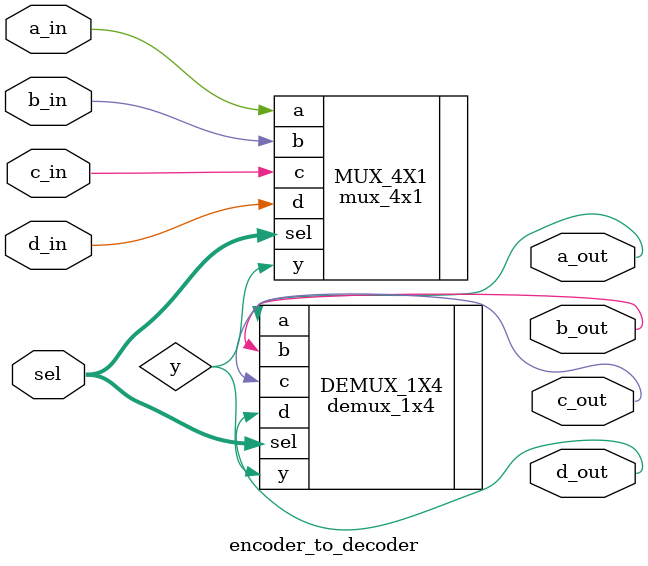
<source format=v>
`include "../mux-4x1/mux-4x1.v"
`include "../demux-1x4/demux-1x4.v"
module encoder_to_decoder(
    input  a_in, b_in, c_in, d_in,      // 4 Inputs
    input  [1:0] sel,                   // Select
    output a_out, b_out, c_out, d_out   // 4 Output
);

wire  y;

mux_4x1 MUX_4X1 (
    .a(a_in), .b(b_in), .c(c_in), .d(d_in),
    .sel(sel),
    .y(y)
);

demux_1x4 DEMUX_1X4 (
    .y(y),
    .sel(sel),
    .a(a_out), .b(b_out), .c(c_out), .d(d_out)
);

endmodule

</source>
